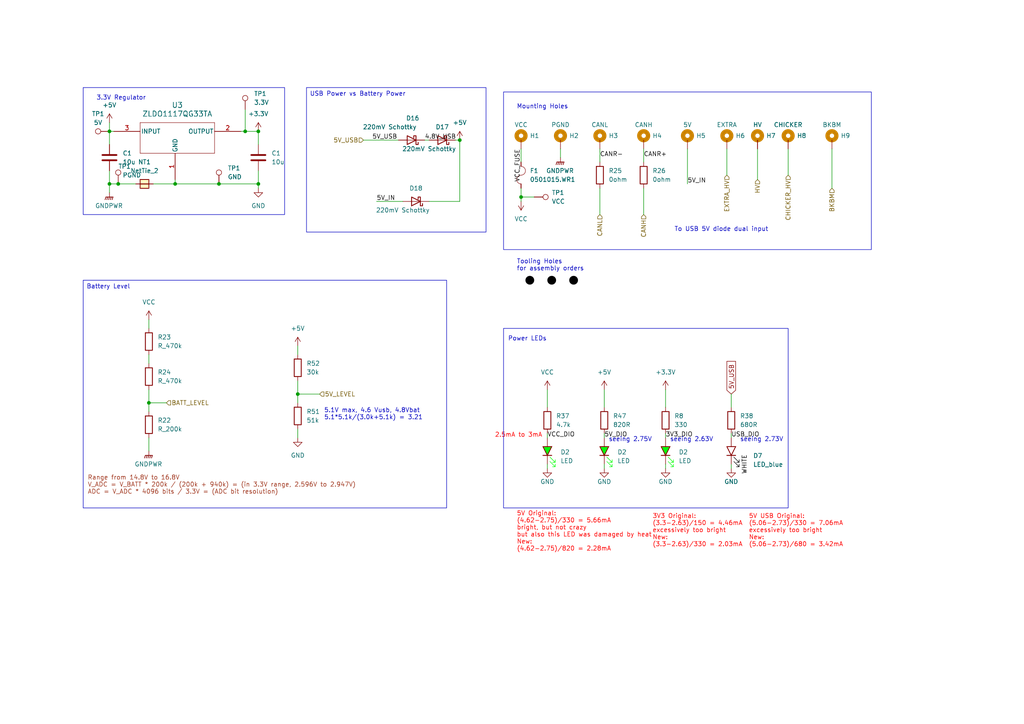
<source format=kicad_sch>
(kicad_sch (version 20230121) (generator eeschema)
  (paper "A4")
  (lib_symbols
    (symbol "bots:C_10u" (pin_numbers hide) (pin_names (offset 0.254))
      (property "Reference" "C" (at 0.635 2.54 0))
      (property "Value" "10u" (at 0.635 -2.54 0))
      (symbol "C_10u_0_1"
        (polyline (pts (xy -2.032 -0.762) (xy 2.032 -0.762)) (stroke (width 0.508)))
        (polyline (pts (xy -2.032 0.762) (xy 2.032 0.762)) (stroke (width 0.508)))
      )
      (symbol "C_10u_1_1"
        (pin passive line (at 0 3.81 270) (length 2.794) (name "~") (number "1"))
        (pin passive line (at 0 -3.81 90) (length 2.794) (name "~") (number "2"))
      )
    )
    (symbol "bots:D_CUS08F30,H3F" (pin_numbers hide) (pin_names (offset 1.016) hide)
      (property "Reference" "D" (at 0 2.54 0))
      (property "Value" "220mV Schottky" (at 0 -2.54 0))
      (symbol "D_CUS08F30,H3F_0_1"
        (polyline (pts (xy 1.27 0) (xy -1.27 0)))
        (polyline (pts (xy 1.27 1.27) (xy 1.27 -1.27) (xy -1.27 0) (xy 1.27 1.27)) (stroke (width 0.254)))
        (polyline (pts (xy -1.905 0.635) (xy -1.905 1.27) (xy -1.27 1.27) (xy -1.27 -1.27) (xy -0.635 -1.27) (xy -0.635 -0.635)) (stroke (width 0.254)))
      )
      (symbol "D_CUS08F30,H3F_1_1"
        (pin passive line (at -3.81 0 0) (length 2.54) (name "K") (number "1"))
        (pin passive line (at 3.81 0 180) (length 2.54) (name "A") (number "2"))
      )
    )
    (symbol "bots:Fuse_0501015.WR1" (pin_numbers hide) (pin_names (offset 0))
      (property "Reference" "F" (at 0 2.032 0))
      (property "Value" "0501015.WR1" (at 0 -1.905 0))
      (symbol "Fuse_0501015.WR1_0_1"
        (arc (start 0 0) (mid -1.27 1.2645) (end -2.54 0) (stroke (width 0.127)))
        (polyline (pts (xy -3.81 0) (xy -2.54 0)) (stroke (width 0.127)))
        (polyline (pts (xy 2.54 0) (xy 3.81 0)) (stroke (width 0.127)))
        (arc (start 0 0) (mid 1.27 -1.2645) (end 2.54 0) (stroke (width 0.127)))
      )
      (symbol "Fuse_0501015.WR1_1_1"
        (pin passive line (at -3.81 0 0) (length 1.27) (name "~") (number "1"))
        (pin passive line (at 3.81 0 180) (length 1.27) (name "~") (number "2"))
      )
    )
    (symbol "bots:LED_green" (pin_numbers hide) (pin_names (offset 1.016) hide)
      (property "Reference" "D" (at 0 2.54 0))
      (property "Value" "LED_green" (at 3.81 -2.54 0))
      (symbol "LED_green_0_1"
        (polyline (pts (xy -1.27 -1.27) (xy -1.27 1.27)) (stroke (width 0.254)))
      )
      (symbol "LED_green_1_1"
        (polyline (pts (xy 1.27 -1.27) (xy 1.27 1.27) (xy -1.27 0) (xy 1.27 -1.27)) (stroke (width 0.254)) (fill (type color) (color 0 255 11 1)))
        (polyline (pts (xy -3.048 -0.762) (xy -4.572 -2.286) (xy -3.81 -2.286) (xy -4.572 -2.286) (xy -4.572 -1.524)) (stroke (width 0) (color 8 255 17 1)))
        (polyline (pts (xy -1.778 -0.762) (xy -3.302 -2.286) (xy -2.54 -2.286) (xy -3.302 -2.286) (xy -3.302 -1.524)) (stroke (width 0) (color 0 255 0 1)))
        (pin passive line (at -3.81 0 0) (length 2.54) (name "K") (number "1"))
        (pin passive line (at 3.81 0 180) (length 2.54) (name "A") (number "2"))
      )
    )
    (symbol "bots:LED_white" (pin_numbers hide) (pin_names (offset 1.016) hide)
      (property "Reference" "D" (at 0 2.54 0))
      (property "Value" "LED_blue" (at 2.54 -2.54 0))
      (symbol "LED_white_0_1"
        (polyline (pts (xy -1.27 -1.27) (xy -1.27 1.27)) (stroke (width 0.254)))
      )
      (symbol "LED_white_1_1"
        (polyline (pts (xy 1.27 -1.27) (xy 1.27 1.27) (xy -1.27 0) (xy 1.27 -1.27)) (stroke (width 0.254)) (fill (type color) (color 255 252 254 1)))
        (polyline (pts (xy -3.048 -0.762) (xy -4.572 -2.286) (xy -3.81 -2.286) (xy -4.572 -2.286) (xy -4.572 -1.524)) (stroke (width 0) (color 0 0 0 1)))
        (polyline (pts (xy -1.778 -0.762) (xy -3.302 -2.286) (xy -2.54 -2.286) (xy -3.302 -2.286) (xy -3.302 -1.524)) (stroke (width 0) (color 0 0 0 1)))
        (text "WHITE" (at -3.81 -3.81 0) (effects (font (size 1.27 1.27))))
        (pin passive line (at -3.81 0 0) (length 2.54) (name "K") (number "1"))
        (pin passive line (at 3.81 0 180) (length 2.54) (name "A") (number "2"))
      )
    )
    (symbol "bots:MountingHoleM2.5NoThread_wConn" (pin_numbers hide) (pin_names (offset 1.016) hide)
      (property "Reference" "H" (at 0 6.35 0))
      (symbol "MountingHoleM2.5NoThread_wConn_1_1"
        (circle (center 0 1.27) (radius 1.27) (stroke (width 1.27) (color 203 130 1 1)))
        (pin passive line (at 0 -2.54 90) (length 2.54) (name "1") (number "1"))
      )
    )
    (symbol "bots:NetTie_2" (pin_numbers hide) (pin_names (offset 0) hide) (in_bom no)
      (property "Reference" "NT" (at 0 1.27 0))
      (property "Value" "NetTie_2" (at 0 -2.54 0))
      (symbol "NetTie_2_0_1"
        (polyline (pts (xy -1.27 0) (xy 1.27 0)) (stroke (width 0.254)))
      )
      (symbol "NetTie_2_1_0"
        (rectangle (start -1.27 1.27) (end 1.27 -1.27) (stroke (width 0.254)) (fill (type background)))
      )
      (symbol "NetTie_2_1_1"
        (pin passive line (at -2.54 0 0) (length 2.54) (name "1") (number "1"))
        (pin passive line (at 2.54 0 180) (length 2.54) (name "2") (number "2"))
      )
    )
    (symbol "bots:R_0OHM_JUMPER" (pin_numbers hide) (pin_names (offset 0))
      (property "Reference" "R" (at 2.032 0 90))
      (property "Value" "R_0OHM_JUMPER" (at 0 0 90))
      (symbol "R_0OHM_JUMPER_0_1"
        (rectangle (start -1.016 -2.54) (end 1.016 2.54) (stroke (width 0.254)))
      )
      (symbol "R_0OHM_JUMPER_1_1"
        (pin passive line (at 0 3.81 270) (length 1.27) (name "~") (number "1"))
        (pin passive line (at 0 -3.81 90) (length 1.27) (name "~") (number "2"))
      )
    )
    (symbol "bots:R_200k" (pin_numbers hide) (pin_names (offset 0))
      (property "Reference" "R" (at 2.032 0 90))
      (property "Value" "200k" (at 0 0 90))
      (symbol "R_200k_0_1"
        (rectangle (start -1.016 -2.54) (end 1.016 2.54) (stroke (width 0.254)))
      )
      (symbol "R_200k_1_1"
        (pin passive line (at 0 3.81 270) (length 1.27) (name "~") (number "1"))
        (pin passive line (at 0 -3.81 90) (length 1.27) (name "~") (number "2"))
      )
    )
    (symbol "bots:R_330R" (pin_numbers hide) (pin_names (offset 0))
      (property "Reference" "R" (at 2.032 0 90))
      (property "Value" "R_330R" (at 0 0 90))
      (symbol "R_330R_0_1"
        (rectangle (start -1.016 -2.54) (end 1.016 2.54) (stroke (width 0.254)))
      )
      (symbol "R_330R_1_1"
        (pin passive line (at 0 3.81 270) (length 1.27) (name "~") (number "1"))
        (pin passive line (at 0 -3.81 90) (length 1.27) (name "~") (number "2"))
      )
    )
    (symbol "bots:R_470k" (pin_numbers hide) (pin_names (offset 0))
      (property "Reference" "R" (at 2.032 0 90))
      (property "Value" "470k" (at 0 0 90))
      (symbol "R_470k_0_1"
        (rectangle (start -1.016 -2.54) (end 1.016 2.54) (stroke (width 0.254)))
      )
      (symbol "R_470k_1_1"
        (pin passive line (at 0 3.81 270) (length 1.27) (name "~") (number "1"))
        (pin passive line (at 0 -3.81 90) (length 1.27) (name "~") (number "2"))
      )
    )
    (symbol "bots:TestPoint_2x2" (pin_numbers hide) (pin_names (offset 0.762) hide) (in_bom no)
      (property "Reference" "TP" (at 0 6.858 0))
      (property "Value" "TestPoint" (at 0 5.08 0))
      (symbol "TestPoint_2x2_0_1"
        (circle (center 0 3.302) (radius 0.762))
      )
      (symbol "TestPoint_2x2_1_1"
        (pin passive line (at 0 0 90) (length 2.54) (name "1") (number "1"))
      )
    )
    (symbol "power:+3.3V" (power) (pin_names (offset 0))
      (property "Value" "+3.3V" (at 0 3.556 0))
      (symbol "+3.3V_0_1"
        (polyline (pts (xy -0.762 1.27) (xy 0 2.54)))
        (polyline (pts (xy 0 0) (xy 0 2.54)))
        (polyline (pts (xy 0 2.54) (xy 0.762 1.27)))
      )
      (symbol "+3.3V_1_1"
        (pin power_in line (at 0 0 90) (length 0) hide (name "+3.3V") (number "1"))
      )
    )
    (symbol "power:+5V" (power) (pin_names (offset 0))
      (property "Value" "+5V" (at 0 3.556 0))
      (symbol "+5V_0_1"
        (polyline (pts (xy -0.762 1.27) (xy 0 2.54)))
        (polyline (pts (xy 0 0) (xy 0 2.54)))
        (polyline (pts (xy 0 2.54) (xy 0.762 1.27)))
      )
      (symbol "+5V_1_1"
        (pin power_in line (at 0 0 90) (length 0) hide (name "+5V") (number "1"))
      )
    )
    (symbol "power:GND" (power) (pin_names (offset 0))
      (property "Value" "GND" (at 0 -3.81 0))
      (symbol "GND_0_1"
        (polyline (pts (xy 0 0) (xy 0 -1.27) (xy 1.27 -1.27) (xy 0 -2.54) (xy -1.27 -1.27) (xy 0 -1.27)))
      )
      (symbol "GND_1_1"
        (pin power_in line (at 0 0 270) (length 0) hide (name "GND") (number "1"))
      )
    )
    (symbol "power:GNDPWR" (power) (pin_names (offset 0))
      (property "Value" "GNDPWR" (at 0 -3.302 0))
      (symbol "GNDPWR_0_1"
        (polyline (pts (xy 0 -1.27) (xy 0 0)))
        (polyline (pts (xy -1.016 -1.27) (xy -1.27 -2.032) (xy -1.27 -2.032)) (stroke (width 0.2032)))
        (polyline (pts (xy -0.508 -1.27) (xy -0.762 -2.032) (xy -0.762 -2.032)) (stroke (width 0.2032)))
        (polyline (pts (xy 0 -1.27) (xy -0.254 -2.032) (xy -0.254 -2.032)) (stroke (width 0.2032)))
        (polyline (pts (xy 0.508 -1.27) (xy 0.254 -2.032) (xy 0.254 -2.032)) (stroke (width 0.2032)))
        (polyline (pts (xy 1.016 -1.27) (xy -1.016 -1.27) (xy -1.016 -1.27)) (stroke (width 0.2032)))
        (polyline (pts (xy 1.016 -1.27) (xy 0.762 -2.032) (xy 0.762 -2.032) (xy 0.762 -2.032)) (stroke (width 0.2032)))
      )
      (symbol "GNDPWR_1_1"
        (pin power_in line (at 0 0 270) (length 0) hide (name "GNDPWR") (number "1"))
      )
    )
    (symbol "power:VCC" (power) (pin_names (offset 0))
      (property "Value" "VCC" (at 0 3.81 0))
      (symbol "VCC_0_1"
        (polyline (pts (xy -0.762 1.27) (xy 0 2.54)))
        (polyline (pts (xy 0 0) (xy 0 2.54)))
        (polyline (pts (xy 0 2.54) (xy 0.762 1.27)))
      )
      (symbol "VCC_1_1"
        (pin power_in line (at 0 0 90) (length 0) hide (name "VCC") (number "1"))
      )
    )
    (symbol "thebots_symlib:R_30k" (pin_numbers hide) (pin_names (offset 0))
      (property "Reference" "R" (at 2.032 0 90))
      (property "Value" "30k" (at 0 0 90))
      (symbol "R_30k_0_1"
        (rectangle (start -1.016 -2.54) (end 1.016 2.54) (stroke (width 0.254)))
      )
      (symbol "R_30k_1_1"
        (pin passive line (at 0 3.81 270) (length 1.27) (name "~") (number "1"))
        (pin passive line (at 0 -3.81 90) (length 1.27) (name "~") (number "2"))
      )
    )
    (symbol "thebots_symlib:R_4.7k" (pin_numbers hide) (pin_names (offset 0))
      (property "Reference" "R" (at 2.032 0 90))
      (property "Value" "4.7k" (at 0 0 90))
      (symbol "R_4.7k_0_1"
        (rectangle (start -1.016 -2.54) (end 1.016 2.54) (stroke (width 0.254)))
      )
      (symbol "R_4.7k_1_1"
        (pin passive line (at 0 3.81 270) (length 1.27) (name "~") (number "1"))
        (pin passive line (at 0 -3.81 90) (length 1.27) (name "~") (number "2"))
      )
    )
    (symbol "thebots_symlib:R_51k" (pin_numbers hide) (pin_names (offset 0))
      (property "Reference" "R" (at 2.032 0 90))
      (property "Value" "51k" (at 0 0 90))
      (symbol "R_51k_0_1"
        (rectangle (start -1.016 -2.54) (end 1.016 2.54) (stroke (width 0.254)))
      )
      (symbol "R_51k_1_1"
        (pin passive line (at 0 3.81 270) (length 1.27) (name "~") (number "1"))
        (pin passive line (at 0 -3.81 90) (length 1.27) (name "~") (number "2"))
      )
    )
    (symbol "thebots_symlib:R_680R" (pin_numbers hide) (pin_names (offset 0))
      (property "Reference" "R" (at 2.032 0 90))
      (property "Value" "680R" (at 0 0 90))
      (symbol "R_680R_0_1"
        (rectangle (start -1.016 -2.54) (end 1.016 2.54) (stroke (width 0.254)))
      )
      (symbol "R_680R_1_1"
        (pin passive line (at 0 3.81 270) (length 1.27) (name "~") (number "1"))
        (pin passive line (at 0 -3.81 90) (length 1.27) (name "~") (number "2"))
      )
    )
    (symbol "thebots_symlib:R_820R" (pin_numbers hide) (pin_names (offset 0))
      (property "Reference" "R" (at 2.032 0 90))
      (property "Value" "820R" (at 0 0 90))
      (symbol "R_820R_0_1"
        (rectangle (start -1.016 -2.54) (end 1.016 2.54) (stroke (width 0.254)))
      )
      (symbol "R_820R_1_1"
        (pin passive line (at 0 3.81 270) (length 1.27) (name "~") (number "1"))
        (pin passive line (at 0 -3.81 90) (length 1.27) (name "~") (number "2"))
      )
    )
    (symbol "thebots_symlib:ToolingHoleJLC" (pin_numbers hide) (pin_names (offset 1.016) hide)
      (symbol "ToolingHoleJLC_1_1"
        (circle (center 0 1.27) (radius 1.27) (stroke (width -0.0001) (color 0 0 0 1)) (fill (type color) (color 0 0 0 1)))
      )
    )
    (symbol "thebots_symlib:ZLDO1117QG33TA" (pin_names (offset 0.254))
      (property "Reference" "U" (at 0 7.62 0))
      (property "Value" "ZLDO1117QG33TA" (at 0 5.08 0))
      (symbol "ZLDO1117QG33TA_0_1"
        (polyline (pts (xy -10.16 -6.35) (xy 11.43 -6.35)) (stroke (width 0.127)))
        (polyline (pts (xy -10.16 2.54) (xy -10.16 -6.35)) (stroke (width 0.127)))
        (polyline (pts (xy 11.43 -6.35) (xy 11.43 2.54)) (stroke (width 0.127)))
        (polyline (pts (xy 11.43 2.54) (xy -10.16 2.54)) (stroke (width 0.127)))
        (pin output line (at 19.05 0 180) (length 7.62) (name "OUTPUT") (number "2"))
        (pin input line (at -17.78 0 0) (length 7.62) (name "INPUT") (number "3"))
      )
      (symbol "ZLDO1117QG33TA_1_1"
        (pin bidirectional line (at 0 -13.97 90) (length 7.62) (name "GND") (number "1"))
      )
    )
  )
  (junction (at 34.29 53.34))
  (junction (at 74.93 53.34))
  (junction (at 71.12 38.1))
  (junction (at 151.13 57.15))
  (junction (at 133.35 40.64))
  (junction (at 43.18 116.84))
  (junction (at 63.5 53.34))
  (junction (at 31.75 53.34))
  (junction (at 31.75 38.1))
  (junction (at 86.36 114.3))
  (junction (at 74.93 38.1))
  (junction (at 50.8 53.34))
  (wire (pts (xy 43.18 102.87) (xy 43.18 105.41)))
  (wire (pts (xy 241.3 43.18) (xy 241.3 54.61)))
  (wire (pts (xy 74.93 38.1) (xy 74.93 41.91)))
  (wire (pts (xy 151.13 57.15) (xy 151.13 58.42)))
  (wire (pts (xy 105.41 40.64) (xy 115.57 40.64)))
  (wire (pts (xy 63.5 53.34) (xy 50.8 53.34)))
  (wire (pts (xy 212.09 114.3) (xy 212.09 118.11)))
  (wire (pts (xy 175.26 113.03) (xy 175.26 118.11)))
  (wire (pts (xy 74.93 53.34) (xy 74.93 54.61)))
  (wire (pts (xy 173.99 43.18) (xy 173.99 46.99)))
  (wire (pts (xy 151.13 43.18) (xy 151.13 46.99)))
  (wire (pts (xy 124.46 58.42) (xy 133.35 58.42)))
  (wire (pts (xy 43.18 127) (xy 43.18 130.81)))
  (wire (pts (xy 193.04 125.73) (xy 193.04 127)))
  (wire (pts (xy 133.35 58.42) (xy 133.35 40.64)))
  (wire (pts (xy 173.99 54.61) (xy 173.99 62.23)))
  (wire (pts (xy 43.18 116.84) (xy 48.26 116.84)))
  (wire (pts (xy 212.09 134.62) (xy 212.09 135.89)))
  (wire (pts (xy 219.71 43.18) (xy 219.71 52.07)))
  (wire (pts (xy 123.19 40.64) (xy 124.46 40.64)))
  (wire (pts (xy 34.29 53.34) (xy 39.37 53.34)))
  (wire (pts (xy 162.56 43.18) (xy 162.56 45.72)))
  (wire (pts (xy 31.75 49.53) (xy 31.75 53.34)))
  (wire (pts (xy 186.69 43.18) (xy 186.69 46.99)))
  (wire (pts (xy 212.09 125.73) (xy 212.09 127)))
  (wire (pts (xy 69.85 38.1) (xy 71.12 38.1)))
  (wire (pts (xy 193.04 134.62) (xy 193.04 135.89)))
  (wire (pts (xy 31.75 38.1) (xy 31.75 35.56)))
  (wire (pts (xy 71.12 38.1) (xy 74.93 38.1)))
  (wire (pts (xy 154.94 57.15) (xy 151.13 57.15)))
  (wire (pts (xy 74.93 49.53) (xy 74.93 53.34)))
  (wire (pts (xy 43.18 113.03) (xy 43.18 116.84)))
  (wire (pts (xy 50.8 52.07) (xy 50.8 53.34)))
  (wire (pts (xy 31.75 38.1) (xy 33.02 38.1)))
  (wire (pts (xy 175.26 134.62) (xy 175.26 135.89)))
  (wire (pts (xy 71.12 31.75) (xy 71.12 38.1)))
  (wire (pts (xy 74.93 53.34) (xy 63.5 53.34)))
  (wire (pts (xy 158.75 113.03) (xy 158.75 118.11)))
  (wire (pts (xy 132.08 40.64) (xy 133.35 40.64)))
  (wire (pts (xy 193.04 113.03) (xy 193.04 118.11)))
  (wire (pts (xy 86.36 114.3) (xy 86.36 116.84)))
  (wire (pts (xy 158.75 125.73) (xy 158.75 127)))
  (wire (pts (xy 31.75 38.1) (xy 31.75 41.91)))
  (wire (pts (xy 43.18 116.84) (xy 43.18 119.38)))
  (wire (pts (xy 199.39 43.18) (xy 199.39 53.34)))
  (wire (pts (xy 31.75 53.34) (xy 34.29 53.34)))
  (wire (pts (xy 31.75 53.34) (xy 31.75 55.88)))
  (wire (pts (xy 175.26 125.73) (xy 175.26 127)))
  (wire (pts (xy 158.75 134.62) (xy 158.75 135.89)))
  (wire (pts (xy 86.36 110.49) (xy 86.36 114.3)))
  (wire (pts (xy 43.18 92.71) (xy 43.18 95.25)))
  (wire (pts (xy 186.69 54.61) (xy 186.69 62.23)))
  (wire (pts (xy 151.13 54.61) (xy 151.13 57.15)))
  (wire (pts (xy 86.36 124.46) (xy 86.36 127)))
  (wire (pts (xy 86.36 100.33) (xy 86.36 102.87)))
  (wire (pts (xy 210.82 43.18) (xy 210.82 50.8)))
  (wire (pts (xy 86.36 114.3) (xy 92.71 114.3)))
  (wire (pts (xy 228.6 43.18) (xy 228.6 50.8)))
  (wire (pts (xy 109.22 58.42) (xy 116.84 58.42)))
  (wire (pts (xy 44.45 53.34) (xy 50.8 53.34)))
  (rectangle (start 146.05 26.67) (end 252.73 72.39))
  (rectangle (start 146.05 95.25) (end 228.6 147.32))
  (rectangle (start 24.13 25.4) (end 82.55 62.23))
  (text_box "Battery Level" (at 24.13 81.28 0) (size 105.41 66.04) (effects (font (size 1.27 1.27)) (justify left top)))
  (text_box "USB Power vs Battery Power" (at 88.9 25.4 0) (size 52.07 41.91) (effects (font (size 1.27 1.27)) (justify left top)))
  (text "2.5mA to 3mA" (at 143.51 127 0) (effects (font (size 1.27 1.27)) (justify left bottom)))
  (text "Mounting Holes" (at 149.86 31.75 0) (effects (font (size 1.27 1.27)) (justify left bottom)))
  (text "5V Original:\n(4.62-2.75)/330 = 5.66mA\nbright, but not crazy\nbut also this LED was damaged by heat\nNew:\n(4.62-2.75)/820 = 2.28mA" (at 149.86 160.02 0) (effects (font (size 1.27 1.27)) (justify left bottom)))
  (text "To USB 5V diode dual input" (at 195.58 67.31 0) (effects (font (size 1.27 1.27)) (justify left bottom)))
  (text "5.1V max, 4.6 Vusb, 4.8Vbat\n5.1*5.1k/(3.0k+5.1k) = 3.21" (at 93.98 121.92 0) (effects (font (size 1.27 1.27)) (justify left bottom)))
  (text "seeing 2.75V\n" (at 176.53 128.27 0) (effects (font (size 1.27 1.27)) (justify left bottom)))
  (text "seeing 2.73V\n" (at 214.63 128.27 0) (effects (font (size 1.27 1.27)) (justify left bottom)))
  (text "3.3V Regulator" (at 27.94 29.21 0) (effects (font (size 1.27 1.27)) (justify left bottom)))
  (text "Power LEDs" (at 147.32 99.06 0) (effects (font (size 1.27 1.27)) (justify left bottom)))
  (text "3V3 Original:\n(3.3-2.63)/150 = 4.46mA\nexcessively too bright\nNew:\n(3.3-2.63)/330 = 2.03mA" (at 189.23 158.75 0) (effects (font (size 1.27 1.27)) (justify left bottom)))
  (text "5V USB Original:\n(5.06-2.73)/330 = 7.06mA\nexcessively too bright\nNew:\n(5.06-2.73)/680 = 3.42mA" (at 217.17 158.75 0) (effects (font (size 1.27 1.27)) (justify left bottom)))
  (text "seeing 2.63V\n" (at 194.31 128.27 0) (effects (font (size 1.27 1.27)) (justify left bottom)))
  (text "Tooling Holes\nfor assembly orders" (at 149.86 78.74 0) (effects (font (size 1.27 1.27)) (justify left bottom)))
  (text "Range from 14.8V to 16.8V\nV_ADC = V_BATT * 200k / (200k + 940k) = (in 3.3V range, 2.596V to 2.947V)\nADC = V_ADC * 4096 bits / 3.3V = (ADC bit resolution)" (at 25.4 143.51 0) (effects (font (size 1.27 1.27)) (justify left bottom)))
  (label "CANR-" (at 173.99 45.72 0))
  (label "VCC_FUSE" (at 151.13 43.18 270))
  (label "4.8V_USB" (at 123.19 40.64 0))
  (label "5V_DIO" (at 175.26 127 0))
  (label "CANR+" (at 186.69 45.72 0))
  (label "USB_DIO" (at 212.09 127 0))
  (label "5V_IN" (at 199.39 53.34 0))
  (label "5V_IN" (at 109.22 58.42 0))
  (label "3V3_DIO" (at 193.04 127 0))
  (label "VCC_DIO" (at 158.75 127 0))
  (label "5V_USB" (at 107.95 40.64 0))
  (global_label "5V_USB" (shape input) (at 212.09 114.3 90) (property "Intersheetrefs" "${INTERSHEET_REFS}" (effects hide)))
  (hierarchical_label "BATT_LEVEL" (shape input) (at 48.26 116.84 0))
  (hierarchical_label "CANH" (shape input) (at 186.69 62.23 270))
  (hierarchical_label "5V_LEVEL" (shape input) (at 92.71 114.3 0))
  (hierarchical_label "BKBM" (shape input) (at 241.3 54.61 270))
  (hierarchical_label "5V_USB" (shape input) (at 105.41 40.64 180))
  (hierarchical_label "HV" (shape input) (at 219.71 52.07 270))
  (hierarchical_label "EXTRA_HV" (shape input) (at 210.82 50.8 270))
  (hierarchical_label "CANL" (shape input) (at 173.99 62.23 270))
  (hierarchical_label "CHICKER_HV" (shape input) (at 228.6 50.8 270))
  (symbol (lib_id "thebots_symlib:ZLDO1117QG33TA") (at 50.8 38.1 0) (unit 1)
    (property "Reference" "U3" (at 51.435 30.48 0) (effects (font (size 1.524 1.524))))
    (property "Value" "ZLDO1117QG33TA" (at 51.435 33.02 0) (effects (font (size 1.524 1.524))))
    (property "Footprint" "bots:SOT-223-3_TabPin2" (effects hide))
    (property "MPN" "ZLDO1117QG33TA" (effects hide))
    (property "Manufacturer" "onsemi" (effects hide))
    (property "Price" "0.32" (effects hide))
    (property "JLC" "SOT-223" (effects hide))
    (property "LCSC" "C326523" (effects hide))
    (property "JLC Extended" "yes" (effects hide))
  )
  (symbol (lib_id "bots:R_200k") (at 43.18 123.19 0) (unit 1)
    (property "Reference" "R22" (at 45.72 121.92 0) (effects (justify left)))
    (property "Value" "R_200k" (at 45.72 124.46 0) (effects (justify left)))
    (property "Footprint" "bots:R_0603_1608Metric" (effects hide))
    (property "MPN" "0603WAF2003T5E" (effects hide))
    (property "Manufacturer" "UNI-ROYAL(Uniroyal Elec)" (effects hide))
    (property "Price" "0.0009" (effects hide))
    (property "JLC" "0603" (effects hide))
    (property "LCSC" "C22965" (effects hide))
    (property "JLC Extended" "no" (effects hide))
  )
  (symbol (lib_id "power:+5V") (at 175.26 113.03 0) (unit 1)
    (property "Reference" "#PWR076" (effects hide))
    (property "Value" "+5V" (at 175.26 107.95 0))
  )
  (symbol (lib_id "thebots_symlib:R_51k") (at 86.36 120.65 0) (unit 1)
    (property "Reference" "R51" (at 88.9 119.38 0) (effects (justify left)))
    (property "Value" "51k" (at 88.9 121.92 0) (effects (justify left)))
    (property "Footprint" "bots:R_0603_1608Metric" (effects hide))
    (property "MPN" "0603WAF5102T5E" (effects hide))
    (property "Manufacturer" "UNI-ROYAL(Uniroyal Elec)" (effects hide))
    (property "Price" "0.0009" (effects hide))
    (property "JLC" "0603" (effects hide))
    (property "LCSC" "C23196" (effects hide))
    (property "JLC Extended" "no" (effects hide))
  )
  (symbol (lib_id "power:VCC") (at 43.18 92.71 0) (unit 1)
    (property "Reference" "#PWR09" (effects hide))
    (property "Value" "VCC" (at 43.18 87.63 0))
    (instances (project "chicker" (path "" (reference "#PWR09") (unit 1)) (path "" (reference "#PWR047") (unit 1))))
  )
  (symbol (lib_id "bots:LED_green") (at 193.04 130.81 90) (unit 1)
    (property "Reference" "D2" (at 196.85 131.1275 90) (effects (justify right)))
    (property "Value" "LED" (at 196.85 133.6675 90) (effects (justify right)))
    (property "Footprint" "bots:LED_0805_2012Metric" (effects hide))
    (property "MPN" "KT-0805G" (effects hide))
    (property "Manufacturer" "Hubei KENTO Elec" (effects hide))
    (property "Price" "0.0127" (effects hide))
    (property "JLC" "0805" (effects hide))
    (property "LCSC" "C2297" (effects hide))
    (property "JLC Extended" "no" (effects hide))
    (instances (project "chicker" (path "" (reference "D2") (unit 1)) (path "" (reference "D4") (unit 1)) (path "" (reference "D8") (unit 1))))
  )
  (symbol (lib_id "bots:R_470k") (at 43.18 109.22 0) (unit 1)
    (property "Reference" "R24" (at 45.72 107.95 0) (effects (justify left)))
    (property "Value" "R_470k" (at 45.72 110.49 0) (effects (justify left)))
    (property "Footprint" "bots:R_0603_1608Metric" (effects hide))
    (property "MPN" "0603WAF4703T5E" (effects hide))
    (property "Manufacturer" "UNI-ROYAL(Uniroyal Elec)" (effects hide))
    (property "Price" "0.0009" (effects hide))
    (property "JLC" "0603" (effects hide))
    (property "LCSC" "C23178" (effects hide))
    (property "JLC Extended" "no" (effects hide))
  )
  (symbol (lib_id "bots:MountingHoleM2.5NoThread_wConn") (at 173.99 40.64 0) (unit 1)
    (property "Reference" "H3" (at 176.53 39.37 0) (effects (justify left)))
    (property "Value" "CANL" (at 173.99 36.195 0))
    (property "Footprint" "bots:MountingHole_2.7mm_M2.5_DIN965_Pad" (effects hide))
  )
  (symbol (lib_id "bots:C_10u") (at 74.93 45.72 0) (unit 1)
    (property "Reference" "C1" (at 78.74 44.45 0) (effects (justify left)))
    (property "Value" "10u" (at 78.74 46.99 0) (effects (justify left)))
    (property "Footprint" "bots:C_0805_2012Metric" (effects hide))
    (property "MPN" "GRM21BR61H106KE43L" (effects hide))
    (property "Manufacturer" "Murata" (effects hide))
    (property "Price" "0.0645" (effects hide))
    (property "JLC" "0805" (effects hide))
    (property "LCSC" "C440198" (effects hide))
    (property "JLC Extended" "no" (effects hide))
    (instances (project "chicker" (path "" (reference "C1") (unit 1)) (path "" (reference "C11") (unit 1))))
  )
  (symbol (lib_id "bots:MountingHoleM2.5NoThread_wConn") (at 241.3 40.64 0) (unit 1)
    (property "Reference" "H9" (at 243.84 39.37 0) (effects (justify left)))
    (property "Value" "BKBM" (at 241.3 36.195 0))
    (property "Footprint" "bots:MountingHole_2.7mm_M2.5_DIN965_Pad" (effects hide))
  )
  (symbol (lib_id "thebots_symlib:R_820R") (at 175.26 121.92 0) (unit 1)
    (property "Reference" "R47" (at 177.8 120.65 0) (effects (justify left)))
    (property "Value" "820R" (at 177.8 123.19 0) (effects (justify left)))
    (property "Footprint" "bots:R_0603_1608Metric" (effects hide))
    (property "MPN" "0603WAF8200T5E" (effects hide))
    (property "Manufacturer" "UNI-ROYAL(Uniroyal Elec)" (effects hide))
    (property "Price" "0.0009" (effects hide))
    (property "JLC" "0603" (effects hide))
    (property "LCSC" "C23253" (effects hide))
  )
  (symbol (lib_id "bots:D_CUS08F30,H3F") (at 120.65 58.42 180) (unit 1)
    (property "Reference" "D18" (at 120.65 54.61 0))
    (property "Value" "220mV Schottky" (at 116.84 60.96 0))
    (property "Footprint" "bots:D_SOD-323_HandSoldering" (effects hide))
    (property "MPN" "CUS08F30,H3F" (effects hide))
    (property "Manufacturer" "Vishay Intertech" (effects hide))
    (property "Price" "0.0612" (effects hide))
    (property "JLC" "SC-76(SOD-232)" (effects hide))
    (property "LCSC" "C150183" (effects hide))
    (property "JLC Extended" "yes" (effects hide))
  )
  (symbol (lib_id "power:GNDPWR") (at 31.75 55.88 0) (unit 1)
    (property "Reference" "#PWR018" (effects hide))
    (property "Value" "GNDPWR" (at 31.623 59.69 0))
    (instances (project "chicker" (path "" (reference "#PWR018") (unit 1)) (path "" (reference "#PWR045") (unit 1))))
  )
  (symbol (lib_id "power:VCC") (at 151.13 58.42 180) (unit 1)
    (property "Reference" "#PWR09" (effects hide))
    (property "Value" "VCC" (at 151.13 63.5 0))
    (instances (project "chicker" (path "" (reference "#PWR09") (unit 1)) (path "" (reference "#PWR034") (unit 1))))
  )
  (symbol (lib_id "bots:TestPoint_2x2") (at 63.5 53.34 0) (unit 1) (in_bom no)
    (property "Reference" "TP1" (at 66.04 48.768 0) (effects (justify left)))
    (property "Value" "GND" (at 66.04 51.308 0) (effects (justify left)))
    (property "Footprint" "bots:TestPoint_Pad_2.0x2.0mm" (effects hide))
    (instances (project "chicker" (path "" (reference "TP1") (unit 1)) (path "" (reference "TP3") (unit 1))))
  )
  (symbol (lib_id "bots:R_0OHM_JUMPER") (at 173.99 50.8 0) (unit 1)
    (property "Reference" "R25" (at 176.53 49.53 0) (effects (justify left)))
    (property "Value" "0ohm" (at 176.53 52.07 0) (effects (justify left)))
    (property "Footprint" "bots:R_0603_1608Metric" (effects hide))
    (property "MPN" "0603WAF0000T5E" (effects hide))
    (property "Manufacturer" "UNI-ROYAL(Uniroyal Elec)" (effects hide))
    (property "Price" "0.001" (effects hide))
    (property "JLC" "0603" (effects hide))
    (property "LCSC" "C21189" (effects hide))
    (property "JLC Extended" "no" (effects hide))
  )
  (symbol (lib_id "power:VCC") (at 158.75 113.03 0) (unit 1)
    (property "Reference" "#PWR09" (effects hide))
    (property "Value" "VCC" (at 158.75 107.95 0))
    (instances (project "chicker" (path "" (reference "#PWR09") (unit 1)) (path "" (reference "#PWR065") (unit 1))) (project "power_sch" (path "" (reference "#PWR09") (unit 1))))
  )
  (symbol (lib_id "power:+5V") (at 86.36 100.33 0) (unit 1)
    (property "Reference" "#PWR083" (effects hide))
    (property "Value" "+5V" (at 86.36 95.25 0))
    (instances (project "chicker" (path "" (reference "#PWR083") (unit 1)) (path "" (reference "#PWR081") (unit 1))))
  )
  (symbol (lib_id "bots:TestPoint_2x2") (at 154.94 57.15 270) (unit 1) (in_bom no)
    (property "Reference" "TP1" (at 160.02 55.88 90) (effects (justify left)))
    (property "Value" "VCC" (at 160.02 58.42 90) (effects (justify left)))
    (property "Footprint" "bots:TestPoint_Pad_2.0x2.0mm" (effects hide))
  )
  (symbol (lib_id "bots:R_0OHM_JUMPER") (at 186.69 50.8 0) (unit 1)
    (property "Reference" "R26" (at 189.23 49.53 0) (effects (justify left)))
    (property "Value" "0ohm" (at 189.23 52.07 0) (effects (justify left)))
    (property "Footprint" "bots:R_0603_1608Metric" (effects hide))
    (property "MPN" "0603WAF0000T5E" (effects hide))
    (property "Manufacturer" "UNI-ROYAL(Uniroyal Elec)" (effects hide))
    (property "Price" "0.001" (effects hide))
    (property "JLC" "0603" (effects hide))
    (property "LCSC" "C21189" (effects hide))
    (property "JLC Extended" "no" (effects hide))
  )
  (symbol (lib_id "bots:TestPoint_2x2") (at 31.75 38.1 90) (unit 1) (in_bom no)
    (property "Reference" "TP1" (at 28.448 33.02 90))
    (property "Value" "5V" (at 28.448 35.56 90))
    (property "Footprint" "bots:TestPoint_Pad_2.0x2.0mm" (effects hide))
    (instances (project "chicker" (path "" (reference "TP1") (unit 1)) (path "" (reference "TP5") (unit 1))))
  )
  (symbol (lib_id "bots:R_470k") (at 43.18 99.06 0) (unit 1)
    (property "Reference" "R23" (at 45.72 97.79 0) (effects (justify left)))
    (property "Value" "R_470k" (at 45.72 100.33 0) (effects (justify left)))
    (property "Footprint" "bots:R_0603_1608Metric" (effects hide))
    (property "MPN" "0603WAF4703T5E" (effects hide))
    (property "Manufacturer" "UNI-ROYAL(Uniroyal Elec)" (effects hide))
    (property "Price" "0.0009" (effects hide))
    (property "JLC" "0603" (effects hide))
    (property "LCSC" "C23178" (effects hide))
    (property "JLC Extended" "no" (effects hide))
  )
  (symbol (lib_id "thebots_symlib:ToolingHoleJLC") (at 160.02 82.55 0) (unit 1)
    (property "Reference" "H11" (effects hide))
    (property "Value" "ToolingHoleJLC" (effects hide))
    (property "Footprint" "bots:ToolingHoleJLC" (effects hide))
  )
  (symbol (lib_id "power:GND") (at 175.26 135.89 0) (unit 1)
    (property "Reference" "#PWR07" (effects hide))
    (property "Value" "GND" (at 175.26 139.7 0))
    (instances (project "chicker" (path "" (reference "#PWR07") (unit 1)) (path "" (reference "#PWR021") (unit 1)) (path "" (reference "#PWR078") (unit 1))))
  )
  (symbol (lib_id "power:GND") (at 212.09 135.89 0) (unit 1)
    (property "Reference" "#PWR07" (effects hide))
    (property "Value" "GND" (at 212.09 139.7 0))
    (instances (project "chicker" (path "" (reference "#PWR07") (unit 1)) (path "" (reference "#PWR021") (unit 1)) (path "" (reference "#PWR066") (unit 1))))
  )
  (symbol (lib_id "power:GND") (at 193.04 135.89 0) (unit 1)
    (property "Reference" "#PWR07" (effects hide))
    (property "Value" "GND" (at 193.04 139.7 0))
    (instances (project "chicker" (path "" (reference "#PWR07") (unit 1)) (path "" (reference "#PWR021") (unit 1)) (path "" (reference "#PWR068") (unit 1))))
  )
  (symbol (lib_id "bots:D_CUS08F30,H3F") (at 119.38 40.64 180) (unit 1)
    (property "Reference" "D16" (at 119.6975 34.29 0))
    (property "Value" "220mV Schottky" (at 113.03 36.83 0))
    (property "Footprint" "bots:D_SOD-323_HandSoldering" (effects hide))
    (property "MPN" "CUS08F30,H3F" (effects hide))
    (property "Manufacturer" "Vishay Intertech" (effects hide))
    (property "Price" "0.0612" (effects hide))
    (property "JLC" "SC-76(SOD-232)" (effects hide))
    (property "LCSC" "C150183" (effects hide))
    (property "JLC Extended" "yes" (effects hide))
  )
  (symbol (lib_id "bots:Fuse_0501015.WR1") (at 151.13 50.8 90) (unit 1)
    (property "Reference" "F1" (at 153.67 49.53 90) (effects (justify right)))
    (property "Value" "0501015.WR1" (at 153.67 52.07 90) (effects (justify right)))
    (property "Footprint" "bots:Fuse_1206_3216Metric" (effects hide))
    (property "MPN" "0501015.WR1" (effects hide))
    (property "Manufacturer" "Littelfuse" (effects hide))
    (property "Price" "0.0992" (effects hide))
    (property "JLC" "1206" (effects hide))
    (property "LCSC" "C410346" (effects hide))
    (property "JLC Extended" "yes" (effects hide))
  )
  (symbol (lib_id "bots:MountingHoleM2.5NoThread_wConn") (at 151.13 40.64 0) (unit 1)
    (property "Reference" "H1" (at 153.67 39.37 0) (effects (justify left)))
    (property "Value" "VCC" (at 151.13 36.195 0))
    (property "Footprint" "bots:MountingHole_2.7mm_M2.5_DIN965_Pad" (effects hide))
  )
  (symbol (lib_id "bots:C_10u") (at 31.75 45.72 0) (unit 1)
    (property "Reference" "C1" (at 35.56 44.45 0) (effects (justify left)))
    (property "Value" "10u" (at 35.56 46.99 0) (effects (justify left)))
    (property "Footprint" "bots:C_0805_2012Metric" (effects hide))
    (property "MPN" "GRM21BR61H106KE43L" (effects hide))
    (property "Manufacturer" "Murata" (effects hide))
    (property "Price" "0.0645" (effects hide))
    (property "JLC" "0805" (effects hide))
    (property "LCSC" "C440198" (effects hide))
    (property "JLC Extended" "no" (effects hide))
    (instances (project "chicker" (path "" (reference "C1") (unit 1)) (path "" (reference "C12") (unit 1))))
  )
  (symbol (lib_id "bots:MountingHoleM2.5NoThread_wConn") (at 162.56 40.64 0) (unit 1)
    (property "Reference" "H2" (at 165.1 39.37 0) (effects (justify left)))
    (property "Value" "PGND" (at 162.56 36.195 0))
    (property "Footprint" "bots:MountingHole_2.7mm_M2.5_DIN965_Pad" (effects hide))
  )
  (symbol (lib_id "bots:LED_green") (at 158.75 130.81 90) (unit 1)
    (property "Reference" "D2" (at 162.56 131.1275 90) (effects (justify right)))
    (property "Value" "LED" (at 162.56 133.6675 90) (effects (justify right)))
    (property "Footprint" "bots:LED_0805_2012Metric" (effects hide))
    (property "MPN" "KT-0805G" (effects hide))
    (property "Manufacturer" "Hubei KENTO Elec" (effects hide))
    (property "Price" "0.0127" (effects hide))
    (property "JLC" "0805" (effects hide))
    (property "LCSC" "C2297" (effects hide))
    (property "JLC Extended" "no" (effects hide))
    (instances (project "chicker" (path "" (reference "D2") (unit 1)) (path "" (reference "D4") (unit 1)) (path "" (reference "D6") (unit 1))))
  )
  (symbol (lib_id "power:+3.3V") (at 193.04 113.03 0) (unit 1)
    (property "Reference" "#PWR067" (effects hide))
    (property "Value" "+3.3V" (at 193.04 107.95 0))
  )
  (symbol (lib_id "power:+5V") (at 31.75 35.56 0) (unit 1)
    (property "Reference" "#PWR053" (effects hide))
    (property "Value" "+5V" (at 31.75 30.48 0))
  )
  (symbol (lib_id "bots:MountingHoleM2.5NoThread_wConn") (at 199.39 40.64 0) (unit 1)
    (property "Reference" "H5" (at 201.93 39.37 0) (effects (justify left)))
    (property "Value" "5V" (at 199.39 36.195 0))
    (property "Footprint" "bots:MountingHole_2.7mm_M2.5_DIN965_Pad" (effects hide))
  )
  (symbol (lib_id "bots:TestPoint_2x2") (at 71.12 31.75 0) (unit 1) (in_bom no)
    (property "Reference" "TP1" (at 73.66 27.178 0) (effects (justify left)))
    (property "Value" "3.3V" (at 73.66 29.718 0) (effects (justify left)))
    (property "Footprint" "bots:TestPoint_Pad_2.0x2.0mm" (effects hide))
    (instances (project "chicker" (path "" (reference "TP1") (unit 1)) (path "" (reference "TP2") (unit 1))))
  )
  (symbol (lib_id "thebots_symlib:R_680R") (at 212.09 121.92 0) (unit 1)
    (property "Reference" "R38" (at 214.63 120.65 0) (effects (justify left)))
    (property "Value" "680R" (at 214.63 123.19 0) (effects (justify left)))
    (property "Footprint" "bots:R_0603_1608Metric" (effects hide))
    (property "MPN" "0603WAF6800T5E" (effects hide))
    (property "Manufacturer" "UNI-ROYAL(Uniroyal Elec)" (effects hide))
    (property "Price" "0.0009" (effects hide))
    (property "JLC" "0603" (effects hide))
    (property "LCSC" "C23228" (effects hide))
    (property "JLC Extended" "no" (effects hide))
  )
  (symbol (lib_id "thebots_symlib:R_4.7k") (at 158.75 121.92 0) (unit 1)
    (property "Reference" "R37" (at 161.29 120.65 0) (effects (justify left)))
    (property "Value" "4.7k" (at 161.29 123.19 0) (effects (justify left)))
    (property "Footprint" "bots:R_0603_1608Metric" (effects hide))
    (property "MPN" "0603WAF4701T5E" (effects hide))
    (property "Manufacturer" "UNI-ROYAL(Uniroyal Elec)" (effects hide))
    (property "Price" "0.0009" (effects hide))
    (property "JLC" "0603" (effects hide))
    (property "LCSC" "C23162" (effects hide))
    (property "JLC Extended" "no" (effects hide))
  )
  (symbol (lib_id "bots:MountingHoleM2.5NoThread_wConn") (at 210.82 40.64 0) (unit 1)
    (property "Reference" "H6" (at 213.36 39.37 0) (effects (justify left)))
    (property "Value" "EXTRA" (at 210.82 36.195 0))
    (property "Footprint" "bots:MountingHole_2.7mm_M2.5_DIN965_Pad" (effects hide))
  )
  (symbol (lib_id "power:GNDPWR") (at 162.56 45.72 0) (unit 1)
    (property "Reference" "#PWR018" (effects hide))
    (property "Value" "GNDPWR" (at 162.433 49.53 0))
    (instances (project "chicker" (path "" (reference "#PWR018") (unit 1)) (path "" (reference "#PWR071") (unit 1))))
  )
  (symbol (lib_id "power:GND") (at 158.75 135.89 0) (unit 1)
    (property "Reference" "#PWR07" (effects hide))
    (property "Value" "GND" (at 158.75 139.7 0))
    (instances (project "chicker" (path "" (reference "#PWR07") (unit 1)) (path "" (reference "#PWR021") (unit 1)) (path "" (reference "#PWR063") (unit 1))))
  )
  (symbol (lib_id "power:GND") (at 74.93 54.61 0) (unit 1)
    (property "Reference" "#PWR03" (effects hide))
    (property "Value" "GND" (at 74.93 59.69 0))
    (instances (project "chicker" (path "" (reference "#PWR03") (unit 1)) (path "" (reference "#PWR08") (unit 1))))
  )
  (symbol (lib_id "bots:TestPoint_2x2") (at 34.29 53.34 0) (unit 1) (in_bom no)
    (property "Reference" "TP1" (at 34.29 48.26 0) (effects (justify left)))
    (property "Value" "PGND" (at 35.56 50.8 0) (effects (justify left)))
    (property "Footprint" "bots:TestPoint_Pad_2.0x2.0mm" (effects hide))
    (instances (project "chicker" (path "" (reference "TP1") (unit 1)) (path "" (reference "TP4") (unit 1))))
  )
  (symbol (lib_id "power:GND") (at 86.36 127 0) (unit 1)
    (property "Reference" "#PWR03" (effects hide))
    (property "Value" "GND" (at 86.36 132.08 0))
    (instances (project "chicker" (path "" (reference "#PWR03") (unit 1)) (path "" (reference "#PWR085") (unit 1))))
  )
  (symbol (lib_id "thebots_symlib:R_30k") (at 86.36 106.68 0) (unit 1)
    (property "Reference" "R52" (at 88.9 105.41 0) (effects (justify left)))
    (property "Value" "30k" (at 88.9 107.95 0) (effects (justify left)))
    (property "Footprint" "bots:R_0603_1608Metric" (effects hide))
    (property "MPN" "0603WAF3002T5E" (effects hide))
    (property "Manufacturer" "UNI-ROYAL(Uniroyal Elec)" (effects hide))
    (property "Price" "0.0009" (effects hide))
    (property "JLC" "0603" (effects hide))
    (property "LCSC" "C22984" (effects hide))
    (property "JLC Extended" "no" (effects hide))
  )
  (symbol (lib_id "bots:MountingHoleM2.5NoThread_wConn") (at 228.6 40.64 0) (unit 1)
    (property "Reference" "H8" (at 231.14 39.37 0) (effects (justify left)))
    (property "Value" "CHICKER" (at 228.6 36.195 0))
    (property "Footprint" "bots:MountingHole_2.7mm_M2.5_DIN965_Pad" (effects hide))
  )
  (symbol (lib_id "bots:MountingHoleM2.5NoThread_wConn") (at 186.69 40.64 0) (unit 1)
    (property "Reference" "H4" (at 189.23 39.37 0) (effects (justify left)))
    (property "Value" "CANH" (at 186.69 36.195 0))
    (property "Footprint" "bots:MountingHole_2.7mm_M2.5_DIN965_Pad" (effects hide))
  )
  (symbol (lib_id "bots:MountingHoleM2.5NoThread_wConn") (at 219.71 40.64 0) (unit 1)
    (property "Reference" "H7" (at 222.25 39.37 0) (effects (justify left)))
    (property "Value" "HV" (at 219.71 36.195 0))
    (property "Footprint" "bots:MountingHole_2.7mm_M2.5_DIN965_Pad" (effects hide))
  )
  (symbol (lib_id "power:GNDPWR") (at 43.18 130.81 0) (unit 1)
    (property "Reference" "#PWR018" (effects hide))
    (property "Value" "GNDPWR" (at 43.053 134.62 0))
    (instances (project "chicker" (path "" (reference "#PWR018") (unit 1)) (path "" (reference "#PWR035") (unit 1))))
  )
  (symbol (lib_id "bots:D_CUS08F30,H3F") (at 128.27 40.64 180) (unit 1)
    (property "Reference" "D17" (at 128.27 36.83 0))
    (property "Value" "220mV Schottky" (at 124.46 43.18 0))
    (property "Footprint" "bots:D_SOD-323_HandSoldering" (effects hide))
    (property "MPN" "CUS08F30,H3F" (effects hide))
    (property "Manufacturer" "Vishay Intertech" (effects hide))
    (property "Price" "0.0612" (effects hide))
    (property "JLC" "SC-76(SOD-232)" (effects hide))
    (property "LCSC" "C150183" (effects hide))
    (property "JLC Extended" "yes" (effects hide))
  )
  (symbol (lib_id "bots:R_330R") (at 193.04 121.92 180) (unit 1)
    (property "Reference" "R8" (at 195.58 120.65 0) (effects (justify right)))
    (property "Value" "330" (at 195.58 123.19 0) (effects (justify right)))
    (property "Footprint" "bots:R_0603_1608Metric" (effects hide))
    (property "MPN" "0603WAF3300T5E" (effects hide))
    (property "Manufacturer" "UNI-ROYAL(Uniroyal Elec)" (effects hide))
    (property "Price" "0.0009" (effects hide))
    (property "JLC" "0603" (effects hide))
    (property "LCSC" "C23138" (effects hide))
    (property "JLC Extended" "no" (effects hide))
    (instances (project "chicker" (path "" (reference "R8") (unit 1)) (path "" (reference "R29") (unit 1)) (path "" (reference "R39") (unit 1))))
  )
  (symbol (lib_id "bots:LED_green") (at 175.26 130.81 90) (unit 1)
    (property "Reference" "D2" (at 179.07 131.1275 90) (effects (justify right)))
    (property "Value" "LED" (at 179.07 133.6675 90) (effects (justify right)))
    (property "Footprint" "bots:LED_0805_2012Metric" (effects hide))
    (property "MPN" "KT-0805G" (effects hide))
    (property "Manufacturer" "Hubei KENTO Elec" (effects hide))
    (property "Price" "0.0127" (effects hide))
    (property "JLC" "0805" (effects hide))
    (property "LCSC" "C2297" (effects hide))
    (property "JLC Extended" "no" (effects hide))
    (instances (project "chicker" (path "" (reference "D2") (unit 1)) (path "" (reference "D4") (unit 1)) (path "" (reference "D15") (unit 1))))
  )
  (symbol (lib_id "bots:LED_white") (at 212.09 130.81 90) (unit 1)
    (property "Reference" "D7" (at 218.44 132.1779 90) (effects (justify right)))
    (property "Value" "LED_blue" (at 218.44 134.7179 90) (effects (justify right)))
    (property "Footprint" "bots:LED_0603_1608Metric" (effects hide))
    (property "MPN" "KT-0603W" (effects hide))
    (property "Manufacturer" "Everlight Elec" (effects hide))
    (property "Price" "0.0096" (effects hide))
    (property "JLC" "0603" (effects hide))
    (property "LCSC" "C2290" (effects hide))
    (property "JLC Extended" "no" (effects hide))
  )
  (symbol (lib_id "power:+5V") (at 133.35 40.64 0) (unit 1)
    (property "Reference" "#PWR024" (effects hide))
    (property "Value" "+5V" (at 133.35 35.56 0))
    (instances (project "chicker" (path "" (reference "#PWR024") (unit 1)) (path "" (reference "#PWR081") (unit 1))))
  )
  (symbol (lib_id "bots:NetTie_2") (at 41.91 53.34 0) (unit 1) (in_bom no)
    (property "Reference" "NT1" (at 41.91 46.99 0))
    (property "Value" "NetTie_2" (at 41.91 49.53 0))
    (property "Footprint" "bots:NetTie-2_SMD_Pad2.0mm" (effects hide))
  )
  (symbol (lib_id "power:+3.3V") (at 74.93 38.1 0) (unit 1)
    (property "Reference" "#PWR011" (effects hide))
    (property "Value" "+3.3V" (at 74.93 33.02 0))
  )
  (symbol (lib_id "thebots_symlib:ToolingHoleJLC") (at 166.37 82.55 0) (unit 1)
    (property "Reference" "H12" (effects hide))
    (property "Value" "ToolingHoleJLC" (effects hide))
    (property "Footprint" "bots:ToolingHoleJLC" (effects hide))
  )
  (symbol (lib_id "thebots_symlib:ToolingHoleJLC") (at 153.67 82.55 0) (unit 1)
    (property "Reference" "H10" (effects hide))
    (property "Value" "ToolingHoleJLC" (effects hide))
    (property "Footprint" "bots:ToolingHoleJLC" (effects hide))
  )
)
</source>
